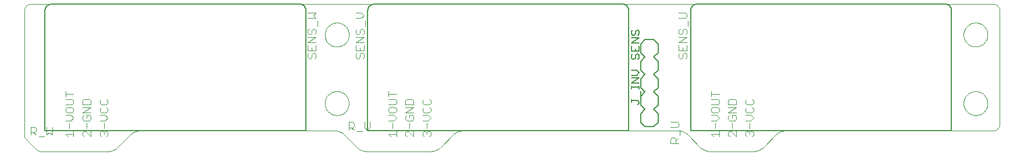
<source format=gto>
G75*
%MOIN*%
%OFA0B0*%
%FSLAX24Y24*%
%IPPOS*%
%LPD*%
%AMOC8*
5,1,8,0,0,1.08239X$1,22.5*
%
%ADD10C,0.0000*%
%ADD11C,0.0050*%
%ADD12C,0.0040*%
%ADD13C,0.0080*%
D10*
X003074Y000574D02*
X006916Y000574D01*
X007473Y000804D02*
X008193Y001524D01*
X008749Y001755D02*
X019908Y001755D01*
X020465Y001524D02*
X021185Y000804D01*
X021741Y000574D02*
X025420Y000574D01*
X025977Y000804D02*
X026696Y001524D01*
X027253Y001755D02*
X039593Y001755D01*
X040150Y001524D02*
X040870Y000804D01*
X041426Y000574D02*
X043924Y000574D01*
X044481Y000804D02*
X045200Y001524D01*
X045757Y001755D02*
X057636Y001755D01*
X057675Y001757D01*
X057713Y001763D01*
X057750Y001772D01*
X057787Y001785D01*
X057822Y001802D01*
X057855Y001821D01*
X057886Y001844D01*
X057915Y001870D01*
X057941Y001899D01*
X057964Y001930D01*
X057983Y001963D01*
X058000Y001998D01*
X058013Y002035D01*
X058022Y002072D01*
X058028Y002110D01*
X058030Y002149D01*
X058029Y002149D02*
X058029Y008645D01*
X058030Y008645D02*
X058028Y008684D01*
X058022Y008722D01*
X058013Y008759D01*
X058000Y008796D01*
X057983Y008831D01*
X057964Y008864D01*
X057941Y008895D01*
X057915Y008924D01*
X057886Y008950D01*
X057855Y008973D01*
X057822Y008992D01*
X057787Y009009D01*
X057750Y009022D01*
X057713Y009031D01*
X057675Y009037D01*
X057636Y009039D01*
X057636Y009038D02*
X002518Y009038D01*
X002518Y009039D02*
X002479Y009037D01*
X002441Y009031D01*
X002404Y009022D01*
X002367Y009009D01*
X002332Y008992D01*
X002299Y008973D01*
X002268Y008950D01*
X002239Y008924D01*
X002213Y008895D01*
X002190Y008864D01*
X002171Y008831D01*
X002154Y008796D01*
X002141Y008759D01*
X002132Y008722D01*
X002126Y008684D01*
X002124Y008645D01*
X002124Y001524D01*
X002126Y001485D01*
X002132Y001447D01*
X002141Y001410D01*
X002154Y001373D01*
X002171Y001338D01*
X002190Y001305D01*
X002213Y001274D01*
X002239Y001245D01*
X002239Y001246D02*
X002796Y000689D01*
X002795Y000688D02*
X002824Y000662D01*
X002855Y000639D01*
X002888Y000620D01*
X002923Y000603D01*
X002960Y000590D01*
X002997Y000581D01*
X003035Y000575D01*
X003074Y000573D01*
X006916Y000574D02*
X006967Y000576D01*
X007019Y000581D01*
X007070Y000589D01*
X007120Y000601D01*
X007169Y000616D01*
X007217Y000634D01*
X007264Y000655D01*
X007310Y000679D01*
X007353Y000707D01*
X007395Y000737D01*
X007435Y000769D01*
X007472Y000805D01*
X008193Y001523D02*
X008230Y001559D01*
X008270Y001591D01*
X008312Y001621D01*
X008355Y001649D01*
X008401Y001673D01*
X008448Y001694D01*
X008496Y001712D01*
X008545Y001727D01*
X008595Y001739D01*
X008646Y001747D01*
X008698Y001752D01*
X008749Y001754D01*
X019908Y001754D02*
X019959Y001752D01*
X020011Y001747D01*
X020062Y001739D01*
X020112Y001727D01*
X020161Y001712D01*
X020209Y001694D01*
X020256Y001673D01*
X020302Y001649D01*
X020345Y001621D01*
X020387Y001591D01*
X020427Y001559D01*
X020464Y001523D01*
X021185Y000805D02*
X021222Y000769D01*
X021262Y000737D01*
X021304Y000707D01*
X021347Y000679D01*
X021393Y000655D01*
X021440Y000634D01*
X021488Y000616D01*
X021537Y000601D01*
X021587Y000589D01*
X021638Y000581D01*
X021690Y000576D01*
X021741Y000574D01*
X025420Y000574D02*
X025471Y000576D01*
X025523Y000581D01*
X025574Y000589D01*
X025624Y000601D01*
X025673Y000616D01*
X025721Y000634D01*
X025768Y000655D01*
X025814Y000679D01*
X025857Y000707D01*
X025899Y000737D01*
X025939Y000769D01*
X025976Y000805D01*
X026697Y001523D02*
X026734Y001559D01*
X026774Y001591D01*
X026816Y001621D01*
X026859Y001649D01*
X026905Y001673D01*
X026952Y001694D01*
X027000Y001712D01*
X027049Y001727D01*
X027099Y001739D01*
X027150Y001747D01*
X027202Y001752D01*
X027253Y001754D01*
X019348Y003330D02*
X019350Y003382D01*
X019356Y003434D01*
X019366Y003485D01*
X019379Y003535D01*
X019397Y003585D01*
X019418Y003632D01*
X019442Y003678D01*
X019471Y003722D01*
X019502Y003764D01*
X019536Y003803D01*
X019573Y003840D01*
X019613Y003873D01*
X019656Y003904D01*
X019700Y003931D01*
X019746Y003955D01*
X019795Y003975D01*
X019844Y003991D01*
X019895Y004004D01*
X019946Y004013D01*
X019998Y004018D01*
X020050Y004019D01*
X020102Y004016D01*
X020154Y004009D01*
X020205Y003998D01*
X020255Y003984D01*
X020304Y003965D01*
X020351Y003943D01*
X020396Y003918D01*
X020440Y003889D01*
X020481Y003857D01*
X020520Y003822D01*
X020555Y003784D01*
X020588Y003743D01*
X020618Y003701D01*
X020644Y003656D01*
X020667Y003609D01*
X020686Y003560D01*
X020702Y003510D01*
X020714Y003460D01*
X020722Y003408D01*
X020726Y003356D01*
X020726Y003304D01*
X020722Y003252D01*
X020714Y003200D01*
X020702Y003150D01*
X020686Y003100D01*
X020667Y003051D01*
X020644Y003004D01*
X020618Y002959D01*
X020588Y002917D01*
X020555Y002876D01*
X020520Y002838D01*
X020481Y002803D01*
X020440Y002771D01*
X020396Y002742D01*
X020351Y002717D01*
X020304Y002695D01*
X020255Y002676D01*
X020205Y002662D01*
X020154Y002651D01*
X020102Y002644D01*
X020050Y002641D01*
X019998Y002642D01*
X019946Y002647D01*
X019895Y002656D01*
X019844Y002669D01*
X019795Y002685D01*
X019746Y002705D01*
X019700Y002729D01*
X019656Y002756D01*
X019613Y002787D01*
X019573Y002820D01*
X019536Y002857D01*
X019502Y002896D01*
X019471Y002938D01*
X019442Y002982D01*
X019418Y003028D01*
X019397Y003075D01*
X019379Y003125D01*
X019366Y003175D01*
X019356Y003226D01*
X019350Y003278D01*
X019348Y003330D01*
X039593Y001754D02*
X039644Y001752D01*
X039696Y001747D01*
X039747Y001739D01*
X039797Y001727D01*
X039846Y001712D01*
X039894Y001694D01*
X039941Y001673D01*
X039987Y001649D01*
X040030Y001621D01*
X040072Y001591D01*
X040112Y001559D01*
X040149Y001523D01*
X040870Y000805D02*
X040907Y000769D01*
X040947Y000737D01*
X040989Y000707D01*
X041032Y000679D01*
X041078Y000655D01*
X041125Y000634D01*
X041173Y000616D01*
X041222Y000601D01*
X041272Y000589D01*
X041323Y000581D01*
X041375Y000576D01*
X041426Y000574D01*
X043924Y000574D02*
X043975Y000576D01*
X044027Y000581D01*
X044078Y000589D01*
X044128Y000601D01*
X044177Y000616D01*
X044225Y000634D01*
X044272Y000655D01*
X044318Y000679D01*
X044361Y000707D01*
X044403Y000737D01*
X044443Y000769D01*
X044480Y000805D01*
X045201Y001523D02*
X045238Y001559D01*
X045278Y001591D01*
X045320Y001621D01*
X045363Y001649D01*
X045409Y001673D01*
X045456Y001694D01*
X045504Y001712D01*
X045553Y001727D01*
X045603Y001739D01*
X045654Y001747D01*
X045706Y001752D01*
X045757Y001754D01*
X055963Y003330D02*
X055965Y003382D01*
X055971Y003434D01*
X055981Y003485D01*
X055994Y003535D01*
X056012Y003585D01*
X056033Y003632D01*
X056057Y003678D01*
X056086Y003722D01*
X056117Y003764D01*
X056151Y003803D01*
X056188Y003840D01*
X056228Y003873D01*
X056271Y003904D01*
X056315Y003931D01*
X056361Y003955D01*
X056410Y003975D01*
X056459Y003991D01*
X056510Y004004D01*
X056561Y004013D01*
X056613Y004018D01*
X056665Y004019D01*
X056717Y004016D01*
X056769Y004009D01*
X056820Y003998D01*
X056870Y003984D01*
X056919Y003965D01*
X056966Y003943D01*
X057011Y003918D01*
X057055Y003889D01*
X057096Y003857D01*
X057135Y003822D01*
X057170Y003784D01*
X057203Y003743D01*
X057233Y003701D01*
X057259Y003656D01*
X057282Y003609D01*
X057301Y003560D01*
X057317Y003510D01*
X057329Y003460D01*
X057337Y003408D01*
X057341Y003356D01*
X057341Y003304D01*
X057337Y003252D01*
X057329Y003200D01*
X057317Y003150D01*
X057301Y003100D01*
X057282Y003051D01*
X057259Y003004D01*
X057233Y002959D01*
X057203Y002917D01*
X057170Y002876D01*
X057135Y002838D01*
X057096Y002803D01*
X057055Y002771D01*
X057011Y002742D01*
X056966Y002717D01*
X056919Y002695D01*
X056870Y002676D01*
X056820Y002662D01*
X056769Y002651D01*
X056717Y002644D01*
X056665Y002641D01*
X056613Y002642D01*
X056561Y002647D01*
X056510Y002656D01*
X056459Y002669D01*
X056410Y002685D01*
X056361Y002705D01*
X056315Y002729D01*
X056271Y002756D01*
X056228Y002787D01*
X056188Y002820D01*
X056151Y002857D01*
X056117Y002896D01*
X056086Y002938D01*
X056057Y002982D01*
X056033Y003028D01*
X056012Y003075D01*
X055994Y003125D01*
X055981Y003175D01*
X055971Y003226D01*
X055965Y003278D01*
X055963Y003330D01*
X055963Y007267D02*
X055965Y007319D01*
X055971Y007371D01*
X055981Y007422D01*
X055994Y007472D01*
X056012Y007522D01*
X056033Y007569D01*
X056057Y007615D01*
X056086Y007659D01*
X056117Y007701D01*
X056151Y007740D01*
X056188Y007777D01*
X056228Y007810D01*
X056271Y007841D01*
X056315Y007868D01*
X056361Y007892D01*
X056410Y007912D01*
X056459Y007928D01*
X056510Y007941D01*
X056561Y007950D01*
X056613Y007955D01*
X056665Y007956D01*
X056717Y007953D01*
X056769Y007946D01*
X056820Y007935D01*
X056870Y007921D01*
X056919Y007902D01*
X056966Y007880D01*
X057011Y007855D01*
X057055Y007826D01*
X057096Y007794D01*
X057135Y007759D01*
X057170Y007721D01*
X057203Y007680D01*
X057233Y007638D01*
X057259Y007593D01*
X057282Y007546D01*
X057301Y007497D01*
X057317Y007447D01*
X057329Y007397D01*
X057337Y007345D01*
X057341Y007293D01*
X057341Y007241D01*
X057337Y007189D01*
X057329Y007137D01*
X057317Y007087D01*
X057301Y007037D01*
X057282Y006988D01*
X057259Y006941D01*
X057233Y006896D01*
X057203Y006854D01*
X057170Y006813D01*
X057135Y006775D01*
X057096Y006740D01*
X057055Y006708D01*
X057011Y006679D01*
X056966Y006654D01*
X056919Y006632D01*
X056870Y006613D01*
X056820Y006599D01*
X056769Y006588D01*
X056717Y006581D01*
X056665Y006578D01*
X056613Y006579D01*
X056561Y006584D01*
X056510Y006593D01*
X056459Y006606D01*
X056410Y006622D01*
X056361Y006642D01*
X056315Y006666D01*
X056271Y006693D01*
X056228Y006724D01*
X056188Y006757D01*
X056151Y006794D01*
X056117Y006833D01*
X056086Y006875D01*
X056057Y006919D01*
X056033Y006965D01*
X056012Y007012D01*
X055994Y007062D01*
X055981Y007112D01*
X055971Y007163D01*
X055965Y007215D01*
X055963Y007267D01*
X019348Y007267D02*
X019350Y007319D01*
X019356Y007371D01*
X019366Y007422D01*
X019379Y007472D01*
X019397Y007522D01*
X019418Y007569D01*
X019442Y007615D01*
X019471Y007659D01*
X019502Y007701D01*
X019536Y007740D01*
X019573Y007777D01*
X019613Y007810D01*
X019656Y007841D01*
X019700Y007868D01*
X019746Y007892D01*
X019795Y007912D01*
X019844Y007928D01*
X019895Y007941D01*
X019946Y007950D01*
X019998Y007955D01*
X020050Y007956D01*
X020102Y007953D01*
X020154Y007946D01*
X020205Y007935D01*
X020255Y007921D01*
X020304Y007902D01*
X020351Y007880D01*
X020396Y007855D01*
X020440Y007826D01*
X020481Y007794D01*
X020520Y007759D01*
X020555Y007721D01*
X020588Y007680D01*
X020618Y007638D01*
X020644Y007593D01*
X020667Y007546D01*
X020686Y007497D01*
X020702Y007447D01*
X020714Y007397D01*
X020722Y007345D01*
X020726Y007293D01*
X020726Y007241D01*
X020722Y007189D01*
X020714Y007137D01*
X020702Y007087D01*
X020686Y007037D01*
X020667Y006988D01*
X020644Y006941D01*
X020618Y006896D01*
X020588Y006854D01*
X020555Y006813D01*
X020520Y006775D01*
X020481Y006740D01*
X020440Y006708D01*
X020396Y006679D01*
X020351Y006654D01*
X020304Y006632D01*
X020255Y006613D01*
X020205Y006599D01*
X020154Y006588D01*
X020102Y006581D01*
X020050Y006578D01*
X019998Y006579D01*
X019946Y006584D01*
X019895Y006593D01*
X019844Y006606D01*
X019795Y006622D01*
X019746Y006642D01*
X019700Y006666D01*
X019656Y006693D01*
X019613Y006724D01*
X019573Y006757D01*
X019536Y006794D01*
X019502Y006833D01*
X019471Y006875D01*
X019442Y006919D01*
X019418Y006965D01*
X019397Y007012D01*
X019379Y007062D01*
X019366Y007112D01*
X019356Y007163D01*
X019350Y007215D01*
X019348Y007267D01*
D11*
X018266Y008645D02*
X018266Y001755D01*
X003305Y001755D01*
X003305Y008645D01*
X003307Y008684D01*
X003313Y008722D01*
X003322Y008759D01*
X003335Y008796D01*
X003352Y008831D01*
X003371Y008864D01*
X003394Y008895D01*
X003420Y008924D01*
X003449Y008950D01*
X003480Y008973D01*
X003513Y008992D01*
X003548Y009009D01*
X003585Y009022D01*
X003622Y009031D01*
X003660Y009037D01*
X003699Y009039D01*
X003699Y009038D02*
X017872Y009038D01*
X017872Y009039D02*
X017911Y009037D01*
X017949Y009031D01*
X017986Y009022D01*
X018023Y009009D01*
X018058Y008992D01*
X018091Y008973D01*
X018122Y008950D01*
X018151Y008924D01*
X018177Y008895D01*
X018200Y008864D01*
X018219Y008831D01*
X018236Y008796D01*
X018249Y008759D01*
X018258Y008722D01*
X018264Y008684D01*
X018266Y008645D01*
X021809Y008645D02*
X021809Y001755D01*
X036770Y001755D01*
X036770Y008645D01*
X036768Y008684D01*
X036762Y008722D01*
X036753Y008759D01*
X036740Y008796D01*
X036723Y008831D01*
X036704Y008864D01*
X036681Y008895D01*
X036655Y008924D01*
X036626Y008950D01*
X036595Y008973D01*
X036562Y008992D01*
X036527Y009009D01*
X036490Y009022D01*
X036453Y009031D01*
X036415Y009037D01*
X036376Y009039D01*
X036376Y009038D02*
X022203Y009038D01*
X022203Y009039D02*
X022164Y009037D01*
X022126Y009031D01*
X022089Y009022D01*
X022052Y009009D01*
X022017Y008992D01*
X021984Y008973D01*
X021953Y008950D01*
X021924Y008924D01*
X021898Y008895D01*
X021875Y008864D01*
X021856Y008831D01*
X021839Y008796D01*
X021826Y008759D01*
X021817Y008722D01*
X021811Y008684D01*
X021809Y008645D01*
X036924Y007468D02*
X036924Y007318D01*
X036999Y007243D01*
X037074Y007243D01*
X037149Y007318D01*
X037149Y007468D01*
X037224Y007543D01*
X037299Y007543D01*
X037374Y007468D01*
X037374Y007318D01*
X037299Y007243D01*
X037374Y007083D02*
X036924Y007083D01*
X036924Y006783D02*
X037374Y007083D01*
X037374Y006783D02*
X036924Y006783D01*
X036924Y006623D02*
X036924Y006322D01*
X037374Y006322D01*
X037374Y006623D01*
X037149Y006472D02*
X037149Y006322D01*
X037224Y006162D02*
X037299Y006162D01*
X037374Y006087D01*
X037374Y005937D01*
X037299Y005862D01*
X037149Y005937D02*
X037074Y005862D01*
X036999Y005862D01*
X036924Y005937D01*
X036924Y006087D01*
X036999Y006162D01*
X037149Y006087D02*
X037224Y006162D01*
X037149Y006087D02*
X037149Y005937D01*
X037449Y005702D02*
X037449Y005402D01*
X037224Y005241D02*
X036924Y005241D01*
X037224Y005241D02*
X037374Y005091D01*
X037224Y004941D01*
X036924Y004941D01*
X036924Y004781D02*
X037374Y004781D01*
X036924Y004481D01*
X037374Y004481D01*
X037374Y004324D02*
X037374Y004174D01*
X037374Y004249D02*
X036924Y004249D01*
X036924Y004174D02*
X036924Y004324D01*
X037449Y004014D02*
X037449Y003713D01*
X037299Y003478D02*
X036924Y003478D01*
X036924Y003403D02*
X036924Y003553D01*
X037299Y003478D02*
X037374Y003403D01*
X037374Y003328D01*
X037299Y003253D01*
X040313Y001755D02*
X055274Y001755D01*
X055274Y008645D01*
X055272Y008684D01*
X055266Y008722D01*
X055257Y008759D01*
X055244Y008796D01*
X055227Y008831D01*
X055208Y008864D01*
X055185Y008895D01*
X055159Y008924D01*
X055130Y008950D01*
X055099Y008973D01*
X055066Y008992D01*
X055031Y009009D01*
X054994Y009022D01*
X054957Y009031D01*
X054919Y009037D01*
X054880Y009039D01*
X054880Y009038D02*
X040707Y009038D01*
X040707Y009039D02*
X040668Y009037D01*
X040630Y009031D01*
X040593Y009022D01*
X040556Y009009D01*
X040521Y008992D01*
X040488Y008973D01*
X040457Y008950D01*
X040428Y008924D01*
X040402Y008895D01*
X040379Y008864D01*
X040360Y008831D01*
X040343Y008796D01*
X040330Y008759D01*
X040321Y008722D01*
X040315Y008684D01*
X040313Y008645D01*
X040313Y001755D01*
X036924Y007468D02*
X036999Y007543D01*
D12*
X039636Y007520D02*
X039636Y007367D01*
X039712Y007290D01*
X039789Y007290D01*
X039866Y007367D01*
X039866Y007520D01*
X039943Y007597D01*
X040019Y007597D01*
X040096Y007520D01*
X040096Y007367D01*
X040019Y007290D01*
X040096Y007136D02*
X039636Y007136D01*
X039636Y006829D02*
X040096Y007136D01*
X040096Y006829D02*
X039636Y006829D01*
X039636Y006676D02*
X039636Y006369D01*
X040096Y006369D01*
X040096Y006676D01*
X039866Y006523D02*
X039866Y006369D01*
X039943Y006216D02*
X040019Y006216D01*
X040096Y006139D01*
X040096Y005985D01*
X040019Y005909D01*
X039866Y005985D02*
X039866Y006139D01*
X039943Y006216D01*
X039712Y006216D02*
X039636Y006139D01*
X039636Y005985D01*
X039712Y005909D01*
X039789Y005909D01*
X039866Y005985D01*
X039636Y007520D02*
X039712Y007597D01*
X040173Y007750D02*
X040173Y008057D01*
X040019Y008211D02*
X039636Y008211D01*
X040019Y008211D02*
X040096Y008287D01*
X040096Y008441D01*
X040019Y008518D01*
X039636Y008518D01*
X021669Y008057D02*
X021669Y007750D01*
X021515Y007597D02*
X021592Y007520D01*
X021592Y007367D01*
X021515Y007290D01*
X021362Y007367D02*
X021362Y007520D01*
X021439Y007597D01*
X021515Y007597D01*
X021208Y007597D02*
X021132Y007520D01*
X021132Y007367D01*
X021208Y007290D01*
X021285Y007290D01*
X021362Y007367D01*
X021592Y007136D02*
X021132Y007136D01*
X021132Y006829D02*
X021592Y007136D01*
X021592Y006829D02*
X021132Y006829D01*
X021132Y006676D02*
X021132Y006369D01*
X021592Y006369D01*
X021592Y006676D01*
X021362Y006523D02*
X021362Y006369D01*
X021439Y006216D02*
X021515Y006216D01*
X021592Y006139D01*
X021592Y005985D01*
X021515Y005909D01*
X021362Y005985D02*
X021285Y005909D01*
X021208Y005909D01*
X021132Y005985D01*
X021132Y006139D01*
X021208Y006216D01*
X021362Y006139D02*
X021439Y006216D01*
X021362Y006139D02*
X021362Y005985D01*
X018836Y005985D02*
X018760Y005909D01*
X018836Y005985D02*
X018836Y006139D01*
X018760Y006216D01*
X018683Y006216D01*
X018606Y006139D01*
X018606Y005985D01*
X018529Y005909D01*
X018453Y005909D01*
X018376Y005985D01*
X018376Y006139D01*
X018453Y006216D01*
X018376Y006369D02*
X018836Y006369D01*
X018836Y006676D01*
X018606Y006523D02*
X018606Y006369D01*
X018376Y006369D02*
X018376Y006676D01*
X018376Y006829D02*
X018836Y007136D01*
X018376Y007136D01*
X018453Y007290D02*
X018529Y007290D01*
X018606Y007367D01*
X018606Y007520D01*
X018683Y007597D01*
X018760Y007597D01*
X018836Y007520D01*
X018836Y007367D01*
X018760Y007290D01*
X018453Y007290D02*
X018376Y007367D01*
X018376Y007520D01*
X018453Y007597D01*
X018913Y007750D02*
X018913Y008057D01*
X018836Y008211D02*
X018376Y008211D01*
X018683Y008364D02*
X018836Y008518D01*
X018376Y008518D01*
X018683Y008364D02*
X018836Y008211D01*
X021132Y008211D02*
X021439Y008211D01*
X021592Y008364D01*
X021439Y008518D01*
X021132Y008518D01*
X018836Y006829D02*
X018376Y006829D01*
X022982Y004029D02*
X022982Y003722D01*
X022982Y003876D02*
X023443Y003876D01*
X023366Y003569D02*
X022982Y003569D01*
X023366Y003569D02*
X023443Y003492D01*
X023443Y003339D01*
X023366Y003262D01*
X022982Y003262D01*
X023966Y003262D02*
X023966Y003492D01*
X024043Y003569D01*
X024350Y003569D01*
X024427Y003492D01*
X024427Y003262D01*
X023966Y003262D01*
X023966Y003109D02*
X024427Y003109D01*
X023966Y002802D01*
X024427Y002802D01*
X024951Y002878D02*
X025027Y002802D01*
X025334Y002802D01*
X025411Y002878D01*
X025411Y003032D01*
X025334Y003109D01*
X025027Y003109D02*
X024951Y003032D01*
X024951Y002878D01*
X024951Y002648D02*
X025258Y002648D01*
X025411Y002495D01*
X025258Y002341D01*
X024951Y002341D01*
X025181Y002188D02*
X025181Y001881D01*
X025258Y001727D02*
X025334Y001727D01*
X025411Y001651D01*
X025411Y001497D01*
X025334Y001420D01*
X025027Y001420D02*
X024951Y001497D01*
X024951Y001651D01*
X025027Y001727D01*
X025104Y001727D01*
X025181Y001651D01*
X025258Y001727D01*
X025181Y001651D02*
X025181Y001574D01*
X024427Y001727D02*
X024427Y001420D01*
X024120Y001727D01*
X024043Y001727D01*
X023966Y001651D01*
X023966Y001497D01*
X024043Y001420D01*
X023443Y001420D02*
X023443Y001727D01*
X023443Y001574D02*
X022982Y001574D01*
X023136Y001420D01*
X021941Y001942D02*
X021787Y001789D01*
X021634Y001942D01*
X021634Y002249D01*
X021941Y002249D02*
X021941Y001942D01*
X021480Y001712D02*
X021173Y001712D01*
X021020Y001789D02*
X020866Y001942D01*
X020943Y001942D02*
X020713Y001942D01*
X020943Y001942D02*
X021020Y002019D01*
X021020Y002172D01*
X020943Y002249D01*
X020713Y002249D01*
X020713Y001789D01*
X023212Y001881D02*
X023212Y002188D01*
X023289Y002341D02*
X023443Y002495D01*
X023289Y002648D01*
X022982Y002648D01*
X023966Y002571D02*
X023966Y002418D01*
X024043Y002341D01*
X024350Y002341D01*
X024427Y002418D01*
X024427Y002571D01*
X024350Y002648D01*
X024197Y002648D01*
X024197Y002495D01*
X024043Y002648D02*
X023966Y002571D01*
X023289Y002341D02*
X022982Y002341D01*
X024197Y002188D02*
X024197Y001881D01*
X023366Y002802D02*
X023443Y002878D01*
X023443Y003032D01*
X023366Y003109D01*
X023059Y003109D01*
X022982Y003032D01*
X022982Y002878D01*
X023059Y002802D01*
X023366Y002802D01*
X024951Y003339D02*
X025027Y003262D01*
X025334Y003262D01*
X025411Y003339D01*
X025411Y003492D01*
X025334Y003569D01*
X025027Y003569D02*
X024951Y003492D01*
X024951Y003339D01*
X039165Y002265D02*
X039549Y002265D01*
X039626Y002188D01*
X039626Y002035D01*
X039549Y001958D01*
X039165Y001958D01*
X039702Y001805D02*
X039702Y001498D01*
X039626Y001344D02*
X039472Y001191D01*
X039472Y001268D02*
X039472Y001037D01*
X039626Y001037D02*
X039165Y001037D01*
X039165Y001268D01*
X039242Y001344D01*
X039395Y001344D01*
X039472Y001268D01*
X041486Y001574D02*
X041946Y001574D01*
X041946Y001727D02*
X041946Y001420D01*
X041640Y001420D02*
X041486Y001574D01*
X041716Y001881D02*
X041716Y002188D01*
X041793Y002341D02*
X041486Y002341D01*
X041793Y002341D02*
X041946Y002495D01*
X041793Y002648D01*
X041486Y002648D01*
X041563Y002802D02*
X041486Y002878D01*
X041486Y003032D01*
X041563Y003109D01*
X041870Y003109D01*
X041946Y003032D01*
X041946Y002878D01*
X041870Y002802D01*
X041563Y002802D01*
X042470Y002802D02*
X042931Y003109D01*
X042470Y003109D01*
X042470Y003262D02*
X042470Y003492D01*
X042547Y003569D01*
X042854Y003569D01*
X042931Y003492D01*
X042931Y003262D01*
X042470Y003262D01*
X041946Y003339D02*
X041946Y003492D01*
X041870Y003569D01*
X041486Y003569D01*
X041486Y003722D02*
X041486Y004029D01*
X041486Y003876D02*
X041946Y003876D01*
X043455Y003492D02*
X043455Y003339D01*
X043531Y003262D01*
X043838Y003262D01*
X043915Y003339D01*
X043915Y003492D01*
X043838Y003569D01*
X043531Y003569D02*
X043455Y003492D01*
X041946Y003339D02*
X041870Y003262D01*
X041486Y003262D01*
X042470Y002802D02*
X042931Y002802D01*
X043455Y002878D02*
X043531Y002802D01*
X043838Y002802D01*
X043915Y002878D01*
X043915Y003032D01*
X043838Y003109D01*
X043531Y003109D02*
X043455Y003032D01*
X043455Y002878D01*
X043455Y002648D02*
X043762Y002648D01*
X043915Y002495D01*
X043762Y002341D01*
X043455Y002341D01*
X043685Y002188D02*
X043685Y001881D01*
X043762Y001727D02*
X043838Y001727D01*
X043915Y001651D01*
X043915Y001497D01*
X043838Y001420D01*
X043531Y001420D02*
X043455Y001497D01*
X043455Y001651D01*
X043531Y001727D01*
X043608Y001727D01*
X043685Y001651D01*
X043762Y001727D01*
X043685Y001651D02*
X043685Y001574D01*
X042931Y001727D02*
X042931Y001420D01*
X042624Y001727D01*
X042547Y001727D01*
X042470Y001651D01*
X042470Y001497D01*
X042547Y001420D01*
X042701Y001881D02*
X042701Y002188D01*
X042854Y002341D02*
X042547Y002341D01*
X042470Y002418D01*
X042470Y002571D01*
X042547Y002648D01*
X042701Y002648D02*
X042701Y002495D01*
X042701Y002648D02*
X042854Y002648D01*
X042931Y002571D01*
X042931Y002418D01*
X042854Y002341D01*
X006907Y002495D02*
X006754Y002341D01*
X006447Y002341D01*
X006677Y002188D02*
X006677Y001881D01*
X006754Y001727D02*
X006830Y001727D01*
X006907Y001651D01*
X006907Y001497D01*
X006830Y001420D01*
X006523Y001420D02*
X006447Y001497D01*
X006447Y001651D01*
X006523Y001727D01*
X006600Y001727D01*
X006677Y001651D01*
X006754Y001727D01*
X006677Y001651D02*
X006677Y001574D01*
X005923Y001727D02*
X005923Y001420D01*
X005616Y001727D01*
X005539Y001727D01*
X005462Y001651D01*
X005462Y001497D01*
X005539Y001420D01*
X004939Y001420D02*
X004939Y001727D01*
X004939Y001574D02*
X004478Y001574D01*
X004632Y001420D01*
X003712Y001513D02*
X003712Y001973D01*
X003405Y001973D02*
X003405Y001513D01*
X003559Y001666D01*
X003712Y001513D01*
X003252Y001436D02*
X002945Y001436D01*
X002791Y001513D02*
X002638Y001666D01*
X002715Y001666D02*
X002485Y001666D01*
X002485Y001513D02*
X002485Y001973D01*
X002715Y001973D01*
X002791Y001897D01*
X002791Y001743D01*
X002715Y001666D01*
X004708Y001881D02*
X004708Y002188D01*
X004785Y002341D02*
X004478Y002341D01*
X004785Y002341D02*
X004939Y002495D01*
X004785Y002648D01*
X004478Y002648D01*
X004555Y002802D02*
X004862Y002802D01*
X004939Y002878D01*
X004939Y003032D01*
X004862Y003109D01*
X004555Y003109D01*
X004478Y003032D01*
X004478Y002878D01*
X004555Y002802D01*
X005462Y002802D02*
X005923Y003109D01*
X005462Y003109D01*
X005462Y003262D02*
X005462Y003492D01*
X005539Y003569D01*
X005846Y003569D01*
X005923Y003492D01*
X005923Y003262D01*
X005462Y003262D01*
X004939Y003339D02*
X004939Y003492D01*
X004862Y003569D01*
X004478Y003569D01*
X004478Y003722D02*
X004478Y004029D01*
X004478Y003876D02*
X004939Y003876D01*
X006447Y003492D02*
X006447Y003339D01*
X006523Y003262D01*
X006830Y003262D01*
X006907Y003339D01*
X006907Y003492D01*
X006830Y003569D01*
X006523Y003569D02*
X006447Y003492D01*
X004939Y003339D02*
X004862Y003262D01*
X004478Y003262D01*
X005462Y002802D02*
X005923Y002802D01*
X006447Y002878D02*
X006523Y002802D01*
X006830Y002802D01*
X006907Y002878D01*
X006907Y003032D01*
X006830Y003109D01*
X006523Y003109D02*
X006447Y003032D01*
X006447Y002878D01*
X006447Y002648D02*
X006754Y002648D01*
X006907Y002495D01*
X005923Y002571D02*
X005923Y002418D01*
X005846Y002341D01*
X005539Y002341D01*
X005462Y002418D01*
X005462Y002571D01*
X005539Y002648D01*
X005693Y002648D02*
X005693Y002495D01*
X005693Y002648D02*
X005846Y002648D01*
X005923Y002571D01*
X005693Y002188D02*
X005693Y001881D01*
D13*
X037451Y002229D02*
X037451Y002729D01*
X037701Y002979D01*
X037451Y003229D01*
X037451Y003729D01*
X037701Y003979D01*
X037451Y004229D01*
X037451Y004729D01*
X037701Y004979D01*
X037451Y005229D01*
X037451Y005729D01*
X037701Y005979D01*
X037451Y006229D01*
X037451Y006729D01*
X037701Y006979D01*
X038201Y006979D01*
X038451Y006729D01*
X038451Y006229D01*
X038201Y005979D01*
X038451Y005729D01*
X038451Y005229D01*
X038201Y004979D01*
X038451Y004729D01*
X038451Y004229D01*
X038201Y003979D01*
X038451Y003729D01*
X038451Y003229D01*
X038201Y002979D01*
X038451Y002729D01*
X038451Y002229D01*
X038201Y001979D01*
X037701Y001979D01*
X037451Y002229D01*
M02*

</source>
